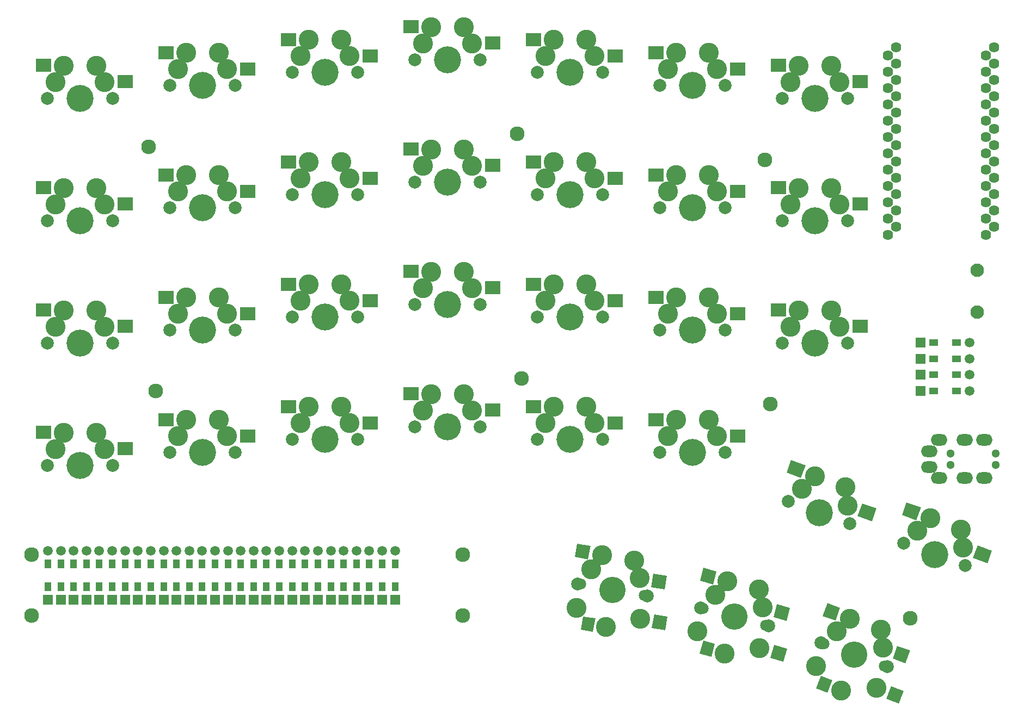
<source format=gts>
%TF.GenerationSoftware,KiCad,Pcbnew,(5.1.6-0-10_14)*%
%TF.CreationDate,2020-07-06T11:25:28+02:00*%
%TF.ProjectId,splitkb,73706c69-746b-4622-9e6b-696361645f70,rev?*%
%TF.SameCoordinates,Original*%
%TF.FileFunction,Soldermask,Top*%
%TF.FilePolarity,Negative*%
%FSLAX46Y46*%
G04 Gerber Fmt 4.6, Leading zero omitted, Abs format (unit mm)*
G04 Created by KiCad (PCBNEW (5.1.6-0-10_14)) date 2020-07-06 11:25:28*
%MOMM*%
%LPD*%
G01*
G04 APERTURE LIST*
%ADD10C,2.300000*%
%ADD11C,2.000000*%
%ADD12C,4.200000*%
%ADD13C,3.100000*%
%ADD14R,2.400000X2.100000*%
%ADD15C,0.100000*%
%ADD16C,4.100000*%
%ADD17C,1.800000*%
%ADD18R,1.050000X1.400000*%
%ADD19C,1.497000*%
%ADD20R,1.497000X1.497000*%
%ADD21R,1.400000X1.050000*%
%ADD22C,2.100000*%
%ADD23C,1.624000*%
%ADD24C,1.300000*%
%ADD25O,2.600000X1.800000*%
G04 APERTURE END LIST*
D10*
%TO.C,REF\u002A\u002A*%
X107500000Y-133500000D03*
%TD*%
%TO.C,REF\u002A\u002A*%
X177120000Y-133940000D03*
%TD*%
%TO.C,REF\u002A\u002A*%
X116680000Y-96540000D03*
%TD*%
%TO.C,REF\u002A\u002A*%
X115950000Y-58500000D03*
%TD*%
%TO.C,REF\u002A\u002A*%
X59730000Y-98540000D03*
%TD*%
%TO.C,REF\u002A\u002A*%
X58690000Y-60540000D03*
%TD*%
%TO.C,REF\u002A\u002A*%
X155340000Y-100570000D03*
%TD*%
%TO.C,REF\u002A\u002A*%
X154500000Y-62530000D03*
%TD*%
D11*
%TO.C,SW9*%
X81020000Y-48950000D03*
X91180000Y-48950000D03*
D12*
X86100000Y-48950000D03*
D13*
X88640000Y-43870000D03*
X89910000Y-46409999D03*
X83560000Y-43870000D03*
X82290000Y-46410000D03*
D14*
X80400000Y-43830000D03*
X93100000Y-46370000D03*
%TD*%
D10*
%TO.C,REF\u002A\u002A*%
X107500000Y-124000000D03*
%TD*%
%TO.C,REF\u002A\u002A*%
X40500000Y-133500000D03*
%TD*%
%TO.C,REF\u002A\u002A*%
X40500000Y-124000000D03*
%TD*%
D14*
%TO.C,SW30*%
X169300000Y-88470000D03*
X156600000Y-85930000D03*
D13*
X158490000Y-88510000D03*
X159760000Y-85970000D03*
X166110000Y-88509999D03*
X164840000Y-85970000D03*
D12*
X162300000Y-91050000D03*
D11*
X167380000Y-91050000D03*
X157220000Y-91050000D03*
%TD*%
%TO.C,SW2*%
X42920000Y-72000000D03*
X53080000Y-72000000D03*
D12*
X48000000Y-72000000D03*
D13*
X50540000Y-66920000D03*
X51810000Y-69459999D03*
X45460000Y-66920000D03*
X44190000Y-69460000D03*
D14*
X42300000Y-66880000D03*
X55000000Y-69420000D03*
%TD*%
D15*
%TO.C,SW17*%
G36*
X127393588Y-122673029D02*
G01*
X127028927Y-124741126D01*
X124960830Y-124376465D01*
X125325491Y-122308368D01*
X127393588Y-122673029D01*
G37*
D13*
X135003184Y-127660188D03*
X129190721Y-124056110D03*
D15*
G36*
X139262619Y-127345043D02*
G01*
X138897958Y-129413140D01*
X136829861Y-129048479D01*
X137194522Y-126980382D01*
X139262619Y-127345043D01*
G37*
D13*
X135091541Y-134012030D03*
D15*
G36*
X128145912Y-133955069D02*
G01*
X127781251Y-136023165D01*
X125910116Y-135693233D01*
X126274777Y-133625137D01*
X128145912Y-133955069D01*
G37*
G36*
X139360824Y-133698621D02*
G01*
X138996163Y-135766718D01*
X136928066Y-135402057D01*
X137292727Y-133333960D01*
X139360824Y-133698621D01*
G37*
D13*
X125243463Y-132275548D03*
X129785476Y-135310366D03*
X134193544Y-124938243D03*
D16*
X130810000Y-129500000D03*
D11*
X125393557Y-128544935D03*
X136226443Y-130455065D03*
D17*
X135812823Y-130382133D03*
X125807177Y-128617867D03*
D13*
X127498949Y-126336989D03*
%TD*%
D18*
%TO.C,D1*%
X43000000Y-125450000D03*
D19*
X43000000Y-123415000D03*
D20*
X43000000Y-131035000D03*
D18*
X43000000Y-129000000D03*
%TD*%
%TO.C,D2*%
X45000000Y-129000000D03*
D20*
X45000000Y-131035000D03*
D19*
X45000000Y-123415000D03*
D18*
X45000000Y-125450000D03*
%TD*%
%TO.C,D3*%
X47000000Y-125450000D03*
D19*
X47000000Y-123415000D03*
D20*
X47000000Y-131035000D03*
D18*
X47000000Y-129000000D03*
%TD*%
%TO.C,D4*%
X49000000Y-125450000D03*
D19*
X49000000Y-123415000D03*
D20*
X49000000Y-131035000D03*
D18*
X49000000Y-129000000D03*
%TD*%
%TO.C,D5*%
X51000000Y-129000000D03*
D20*
X51000000Y-131035000D03*
D19*
X51000000Y-123415000D03*
D18*
X51000000Y-125450000D03*
%TD*%
%TO.C,D6*%
X53000000Y-125450000D03*
D19*
X53000000Y-123415000D03*
D20*
X53000000Y-131035000D03*
D18*
X53000000Y-129000000D03*
%TD*%
%TO.C,D7*%
X55000000Y-125450000D03*
D19*
X55000000Y-123415000D03*
D20*
X55000000Y-131035000D03*
D18*
X55000000Y-129000000D03*
%TD*%
%TO.C,D8*%
X57000000Y-129000000D03*
D20*
X57000000Y-131035000D03*
D19*
X57000000Y-123415000D03*
D18*
X57000000Y-125450000D03*
%TD*%
%TO.C,D9*%
X59000000Y-129000000D03*
D20*
X59000000Y-131035000D03*
D19*
X59000000Y-123415000D03*
D18*
X59000000Y-125450000D03*
%TD*%
%TO.C,D10*%
X61000000Y-125450000D03*
D19*
X61000000Y-123415000D03*
D20*
X61000000Y-131035000D03*
D18*
X61000000Y-129000000D03*
%TD*%
%TO.C,D11*%
X63000000Y-129000000D03*
D20*
X63000000Y-131035000D03*
D19*
X63000000Y-123415000D03*
D18*
X63000000Y-125450000D03*
%TD*%
%TO.C,D12*%
X65000000Y-125450000D03*
D19*
X65000000Y-123415000D03*
D20*
X65000000Y-131035000D03*
D18*
X65000000Y-129000000D03*
%TD*%
%TO.C,D13*%
X67000000Y-129000000D03*
D20*
X67000000Y-131035000D03*
D19*
X67000000Y-123415000D03*
D18*
X67000000Y-125450000D03*
%TD*%
%TO.C,D14*%
X69000000Y-125450000D03*
D19*
X69000000Y-123415000D03*
D20*
X69000000Y-131035000D03*
D18*
X69000000Y-129000000D03*
%TD*%
%TO.C,D15*%
X71000000Y-125450000D03*
D19*
X71000000Y-123415000D03*
D20*
X71000000Y-131035000D03*
D18*
X71000000Y-129000000D03*
%TD*%
%TO.C,D16*%
X73000000Y-129000000D03*
D20*
X73000000Y-131035000D03*
D19*
X73000000Y-123415000D03*
D18*
X73000000Y-125450000D03*
%TD*%
D21*
%TO.C,D17*%
X180725000Y-98500000D03*
D20*
X178690000Y-98500000D03*
D19*
X186310000Y-98500000D03*
D21*
X184275000Y-98500000D03*
%TD*%
D18*
%TO.C,D18*%
X75000000Y-129000000D03*
D20*
X75000000Y-131035000D03*
D19*
X75000000Y-123415000D03*
D18*
X75000000Y-125450000D03*
%TD*%
%TO.C,D19*%
X77000000Y-125450000D03*
D19*
X77000000Y-123415000D03*
D20*
X77000000Y-131035000D03*
D18*
X77000000Y-129000000D03*
%TD*%
%TO.C,D20*%
X79000000Y-129000000D03*
D20*
X79000000Y-131035000D03*
D19*
X79000000Y-123415000D03*
D18*
X79000000Y-125450000D03*
%TD*%
%TO.C,D21*%
X81000000Y-125450000D03*
D19*
X81000000Y-123415000D03*
D20*
X81000000Y-131035000D03*
D18*
X81000000Y-129000000D03*
%TD*%
D21*
%TO.C,D22*%
X180725000Y-96000000D03*
D20*
X178690000Y-96000000D03*
D19*
X186310000Y-96000000D03*
D21*
X184275000Y-96000000D03*
%TD*%
D18*
%TO.C,D23*%
X83000000Y-125450000D03*
D19*
X83000000Y-123415000D03*
D20*
X83000000Y-131035000D03*
D18*
X83000000Y-129000000D03*
%TD*%
%TO.C,D24*%
X85000000Y-129000000D03*
D20*
X85000000Y-131035000D03*
D19*
X85000000Y-123415000D03*
D18*
X85000000Y-125450000D03*
%TD*%
%TO.C,D25*%
X87000000Y-125450000D03*
D19*
X87000000Y-123415000D03*
D20*
X87000000Y-131035000D03*
D18*
X87000000Y-129000000D03*
%TD*%
%TO.C,D26*%
X89000000Y-129000000D03*
D20*
X89000000Y-131035000D03*
D19*
X89000000Y-123415000D03*
D18*
X89000000Y-125450000D03*
%TD*%
D21*
%TO.C,D27*%
X184275000Y-93500000D03*
D19*
X186310000Y-93500000D03*
D20*
X178690000Y-93500000D03*
D21*
X180725000Y-93500000D03*
%TD*%
D18*
%TO.C,D28*%
X91000000Y-125450000D03*
D19*
X91000000Y-123415000D03*
D20*
X91000000Y-131035000D03*
D18*
X91000000Y-129000000D03*
%TD*%
%TO.C,D29*%
X93000000Y-129000000D03*
D20*
X93000000Y-131035000D03*
D19*
X93000000Y-123415000D03*
D18*
X93000000Y-125450000D03*
%TD*%
%TO.C,D30*%
X95000000Y-129000000D03*
D20*
X95000000Y-131035000D03*
D19*
X95000000Y-123415000D03*
D18*
X95000000Y-125450000D03*
%TD*%
%TO.C,D31*%
X97000000Y-125450000D03*
D19*
X97000000Y-123415000D03*
D20*
X97000000Y-131035000D03*
D18*
X97000000Y-129000000D03*
%TD*%
D21*
%TO.C,D32*%
X180725000Y-91000000D03*
D20*
X178690000Y-91000000D03*
D19*
X186310000Y-91000000D03*
D21*
X184275000Y-91000000D03*
%TD*%
D22*
%TO.C,K1*%
X187500000Y-79750000D03*
X187500000Y-86250000D03*
%TD*%
D13*
%TO.C,SW22*%
X146777223Y-130260448D03*
D17*
X144893097Y-132385199D03*
X154706903Y-135014801D03*
D11*
X155112592Y-135123505D03*
X144487408Y-132276495D03*
D16*
X149800000Y-133700000D03*
D13*
X153568252Y-129450497D03*
X148272968Y-139398962D03*
X144012740Y-135979830D03*
D15*
G36*
X157952351Y-138627898D02*
G01*
X157408831Y-140656342D01*
X155380387Y-140112822D01*
X155923907Y-138084378D01*
X157952351Y-138627898D01*
G37*
G36*
X146757765Y-137905925D02*
G01*
X146214245Y-139934369D01*
X144378985Y-139442613D01*
X144922505Y-137414169D01*
X146757765Y-137905925D01*
G37*
D13*
X153671999Y-138568021D03*
D15*
G36*
X158408271Y-132289938D02*
G01*
X157864751Y-134318382D01*
X155836307Y-133774862D01*
X156379827Y-131746418D01*
X158408271Y-132289938D01*
G37*
D13*
X148661349Y-128135696D03*
X154137578Y-132232649D03*
D15*
G36*
X146991598Y-126601248D02*
G01*
X146448078Y-128629692D01*
X144419634Y-128086172D01*
X144963154Y-126057728D01*
X146991598Y-126601248D01*
G37*
%TD*%
%TO.C,SW27*%
G36*
X166220982Y-132283493D02*
G01*
X165502740Y-134256847D01*
X163529386Y-133538605D01*
X164247628Y-131565251D01*
X166220982Y-132283493D01*
G37*
D13*
X172848960Y-138516277D03*
X167750643Y-133957630D03*
D15*
G36*
X177098408Y-138945564D02*
G01*
X176380166Y-140918918D01*
X174406812Y-140200676D01*
X175125054Y-138227322D01*
X177098408Y-138945564D01*
G37*
D13*
X171832989Y-144786963D03*
D15*
G36*
X165002771Y-143524772D02*
G01*
X164284529Y-145498126D01*
X162499113Y-144848288D01*
X163217355Y-142874934D01*
X165002771Y-143524772D01*
G37*
G36*
X176091834Y-145219670D02*
G01*
X175373592Y-147193024D01*
X173400238Y-146474782D01*
X174118480Y-144501428D01*
X176091834Y-145219670D01*
G37*
D13*
X162436062Y-141366762D03*
X166382081Y-145144186D03*
X172524282Y-135695093D03*
D16*
X168400000Y-139600000D03*
D11*
X163231691Y-137718889D03*
X173568309Y-141481111D03*
D17*
X173173639Y-141337462D03*
X163626361Y-137862538D03*
D13*
X165688502Y-135910084D03*
%TD*%
D23*
%TO.C,U1*%
X174936400Y-45022000D03*
X174936400Y-47562000D03*
X174936400Y-50102000D03*
X174936400Y-52642000D03*
X174936400Y-55182000D03*
X174936400Y-57722000D03*
X174936400Y-60262000D03*
X174936400Y-62802000D03*
X174936400Y-65342000D03*
X174936400Y-67882000D03*
X174936400Y-70422000D03*
X174936400Y-72962000D03*
X190156400Y-72962000D03*
X190156400Y-70422000D03*
X190156400Y-67882000D03*
X190156400Y-65342000D03*
X190156400Y-62802000D03*
X190156400Y-60262000D03*
X190156400Y-57722000D03*
X190156400Y-55182000D03*
X190156400Y-52642000D03*
X190156400Y-50102000D03*
X190156400Y-47562000D03*
X190156400Y-45022000D03*
X173610000Y-46292000D03*
X173610000Y-48832000D03*
X173610000Y-51372000D03*
X173610000Y-53912000D03*
X173610000Y-56452000D03*
X173610000Y-58992000D03*
X173610000Y-61532000D03*
X173610000Y-64072000D03*
X173610000Y-66612000D03*
X173610000Y-69152000D03*
X173610000Y-71692000D03*
X173610000Y-74232000D03*
X188850000Y-74232000D03*
X188850000Y-71692000D03*
X188850000Y-69152000D03*
X188850000Y-66612000D03*
X188850000Y-64072000D03*
X188850000Y-61532000D03*
X188850000Y-58992000D03*
X188850000Y-56452000D03*
X188850000Y-53912000D03*
X188850000Y-51372000D03*
X188850000Y-48832000D03*
X188850000Y-46292000D03*
%TD*%
D24*
%TO.C,J1*%
X183400000Y-108250000D03*
X190400000Y-108250000D03*
D25*
X181600000Y-106150000D03*
X180100000Y-110350000D03*
X188600000Y-106150000D03*
X185600000Y-106150000D03*
D24*
X190400000Y-110000000D03*
X183400000Y-110000000D03*
D25*
X188600000Y-112100000D03*
X185600000Y-112100000D03*
X181600000Y-112100000D03*
X180100000Y-107900000D03*
%TD*%
D11*
%TO.C,SW1*%
X42920000Y-52950000D03*
X53080000Y-52950000D03*
D12*
X48000000Y-52950000D03*
D13*
X50540000Y-47870000D03*
X51810000Y-50409999D03*
X45460000Y-47870000D03*
X44190000Y-50410000D03*
D14*
X42300000Y-47830000D03*
X55000000Y-50370000D03*
%TD*%
D11*
%TO.C,SW3*%
X42920000Y-91050000D03*
X53080000Y-91050000D03*
D12*
X48000000Y-91050000D03*
D13*
X50540000Y-85970000D03*
X51810000Y-88509999D03*
X45460000Y-85970000D03*
X44190000Y-88510000D03*
D14*
X42300000Y-85930000D03*
X55000000Y-88470000D03*
%TD*%
%TO.C,SW4*%
X55000000Y-107520000D03*
X42300000Y-104980000D03*
D13*
X44190000Y-107560000D03*
X45460000Y-105020000D03*
X51810000Y-107559999D03*
X50540000Y-105020000D03*
D12*
X48000000Y-110100000D03*
D11*
X53080000Y-110100000D03*
X42920000Y-110100000D03*
%TD*%
D14*
%TO.C,SW5*%
X74050000Y-48370000D03*
X61350000Y-45830000D03*
D13*
X63240000Y-48410000D03*
X64510000Y-45870000D03*
X70860000Y-48409999D03*
X69590000Y-45870000D03*
D12*
X67050000Y-50950000D03*
D11*
X72130000Y-50950000D03*
X61970000Y-50950000D03*
%TD*%
D14*
%TO.C,SW6*%
X74050000Y-67420000D03*
X61350000Y-64880000D03*
D13*
X63240000Y-67460000D03*
X64510000Y-64920000D03*
X70860000Y-67459999D03*
X69590000Y-64920000D03*
D12*
X67050000Y-70000000D03*
D11*
X72130000Y-70000000D03*
X61970000Y-70000000D03*
%TD*%
%TO.C,SW7*%
X61970000Y-89050000D03*
X72130000Y-89050000D03*
D12*
X67050000Y-89050000D03*
D13*
X69590000Y-83970000D03*
X70860000Y-86509999D03*
X64510000Y-83970000D03*
X63240000Y-86510000D03*
D14*
X61350000Y-83930000D03*
X74050000Y-86470000D03*
%TD*%
D11*
%TO.C,SW8*%
X61970000Y-108100000D03*
X72130000Y-108100000D03*
D12*
X67050000Y-108100000D03*
D13*
X69590000Y-103020000D03*
X70860000Y-105559999D03*
X64510000Y-103020000D03*
X63240000Y-105560000D03*
D14*
X61350000Y-102980000D03*
X74050000Y-105520000D03*
%TD*%
D11*
%TO.C,SW10*%
X81020000Y-68000000D03*
X91180000Y-68000000D03*
D12*
X86100000Y-68000000D03*
D13*
X88640000Y-62920000D03*
X89910000Y-65459999D03*
X83560000Y-62920000D03*
X82290000Y-65460000D03*
D14*
X80400000Y-62880000D03*
X93100000Y-65420000D03*
%TD*%
%TO.C,SW11*%
X93100000Y-84470000D03*
X80400000Y-81930000D03*
D13*
X82290000Y-84510000D03*
X83560000Y-81970000D03*
X89910000Y-84509999D03*
X88640000Y-81970000D03*
D12*
X86100000Y-87050000D03*
D11*
X91180000Y-87050000D03*
X81020000Y-87050000D03*
%TD*%
D14*
%TO.C,SW12*%
X93100000Y-103520000D03*
X80400000Y-100980000D03*
D13*
X82290000Y-103560000D03*
X83560000Y-101020000D03*
X89910000Y-103559999D03*
X88640000Y-101020000D03*
D12*
X86100000Y-106100000D03*
D11*
X91180000Y-106100000D03*
X81020000Y-106100000D03*
%TD*%
D14*
%TO.C,SW13*%
X112150000Y-44370000D03*
X99450000Y-41830000D03*
D13*
X101340000Y-44410000D03*
X102610000Y-41870000D03*
X108960000Y-44409999D03*
X107690000Y-41870000D03*
D12*
X105150000Y-46950000D03*
D11*
X110230000Y-46950000D03*
X100070000Y-46950000D03*
%TD*%
D14*
%TO.C,SW14*%
X112150000Y-63420000D03*
X99450000Y-60880000D03*
D13*
X101340000Y-63460000D03*
X102610000Y-60920000D03*
X108960000Y-63459999D03*
X107690000Y-60920000D03*
D12*
X105150000Y-66000000D03*
D11*
X110230000Y-66000000D03*
X100070000Y-66000000D03*
%TD*%
D14*
%TO.C,SW15*%
X112150000Y-82470000D03*
X99450000Y-79930000D03*
D13*
X101340000Y-82510000D03*
X102610000Y-79970000D03*
X108960000Y-82509999D03*
X107690000Y-79970000D03*
D12*
X105150000Y-85050000D03*
D11*
X110230000Y-85050000D03*
X100070000Y-85050000D03*
%TD*%
D14*
%TO.C,SW16*%
X112150000Y-101520000D03*
X99450000Y-98980000D03*
D13*
X101340000Y-101560000D03*
X102610000Y-99020000D03*
X108960000Y-101559999D03*
X107690000Y-99020000D03*
D12*
X105150000Y-104100000D03*
D11*
X110230000Y-104100000D03*
X100070000Y-104100000D03*
%TD*%
%TO.C,SW18*%
X119120000Y-48950000D03*
X129280000Y-48950000D03*
D12*
X124200000Y-48950000D03*
D13*
X126740000Y-43870000D03*
X128010000Y-46409999D03*
X121660000Y-43870000D03*
X120390000Y-46410000D03*
D14*
X118500000Y-43830000D03*
X131200000Y-46370000D03*
%TD*%
%TO.C,SW19*%
X131200000Y-65420000D03*
X118500000Y-62880000D03*
D13*
X120390000Y-65460000D03*
X121660000Y-62920000D03*
X128010000Y-65459999D03*
X126740000Y-62920000D03*
D12*
X124200000Y-68000000D03*
D11*
X129280000Y-68000000D03*
X119120000Y-68000000D03*
%TD*%
%TO.C,SW20*%
X119120000Y-87050000D03*
X129280000Y-87050000D03*
D12*
X124200000Y-87050000D03*
D13*
X126740000Y-81970000D03*
X128010000Y-84509999D03*
X121660000Y-81970000D03*
X120390000Y-84510000D03*
D14*
X118500000Y-81930000D03*
X131200000Y-84470000D03*
%TD*%
%TO.C,SW21*%
X131200000Y-103520000D03*
X118500000Y-100980000D03*
D13*
X120390000Y-103560000D03*
X121660000Y-101020000D03*
X128010000Y-103559999D03*
X126740000Y-101020000D03*
D12*
X124200000Y-106100000D03*
D11*
X129280000Y-106100000D03*
X119120000Y-106100000D03*
%TD*%
%TO.C,SW23*%
X138170000Y-50950000D03*
X148330000Y-50950000D03*
D12*
X143250000Y-50950000D03*
D13*
X145790000Y-45870000D03*
X147060000Y-48409999D03*
X140710000Y-45870000D03*
X139440000Y-48410000D03*
D14*
X137550000Y-45830000D03*
X150250000Y-48370000D03*
%TD*%
D11*
%TO.C,SW24*%
X138170000Y-70000000D03*
X148330000Y-70000000D03*
D12*
X143250000Y-70000000D03*
D13*
X145790000Y-64920000D03*
X147060000Y-67459999D03*
X140710000Y-64920000D03*
X139440000Y-67460000D03*
D14*
X137550000Y-64880000D03*
X150250000Y-67420000D03*
%TD*%
D11*
%TO.C,SW25*%
X138170000Y-89050000D03*
X148330000Y-89050000D03*
D12*
X143250000Y-89050000D03*
D13*
X145790000Y-83970000D03*
X147060000Y-86509999D03*
X140710000Y-83970000D03*
X139440000Y-86510000D03*
D14*
X137550000Y-83930000D03*
X150250000Y-86470000D03*
%TD*%
D11*
%TO.C,SW26*%
X138170000Y-108100000D03*
X148330000Y-108100000D03*
D12*
X143250000Y-108100000D03*
D13*
X145790000Y-103020000D03*
X147060000Y-105559999D03*
X140710000Y-103020000D03*
X139440000Y-105560000D03*
D14*
X137550000Y-102980000D03*
X150250000Y-105520000D03*
%TD*%
D11*
%TO.C,SW28*%
X157220000Y-52950000D03*
X167380000Y-52950000D03*
D12*
X162300000Y-52950000D03*
D13*
X164840000Y-47870000D03*
X166110000Y-50409999D03*
X159760000Y-47870000D03*
X158490000Y-50410000D03*
D14*
X156600000Y-47830000D03*
X169300000Y-50370000D03*
%TD*%
%TO.C,SW29*%
X169300000Y-69420000D03*
X156600000Y-66880000D03*
D13*
X158490000Y-69460000D03*
X159760000Y-66920000D03*
X166110000Y-69459999D03*
X164840000Y-66920000D03*
D12*
X162300000Y-72000000D03*
D11*
X167380000Y-72000000D03*
X157220000Y-72000000D03*
%TD*%
D15*
%TO.C,SW31*%
G36*
X171897012Y-116843481D02*
G01*
X171178770Y-118816835D01*
X168923508Y-117995987D01*
X169641750Y-116022633D01*
X171897012Y-116843481D01*
G37*
G36*
X160831647Y-110113006D02*
G01*
X160113405Y-112086360D01*
X157858143Y-111265512D01*
X158576385Y-109292158D01*
X160831647Y-110113006D01*
G37*
D13*
X160238502Y-113760084D03*
X162300643Y-111807630D03*
X167398960Y-116366277D03*
X167074282Y-113545093D03*
D12*
X162950000Y-117450000D03*
D11*
X167723639Y-119187462D03*
X158176361Y-115712538D03*
%TD*%
D15*
%TO.C,SW32*%
G36*
X189847012Y-123393481D02*
G01*
X189128770Y-125366835D01*
X186873508Y-124545987D01*
X187591750Y-122572633D01*
X189847012Y-123393481D01*
G37*
G36*
X178781647Y-116663006D02*
G01*
X178063405Y-118636360D01*
X175808143Y-117815512D01*
X176526385Y-115842158D01*
X178781647Y-116663006D01*
G37*
D13*
X178188502Y-120310084D03*
X180250643Y-118357630D03*
X185348960Y-122916277D03*
X185024282Y-120095093D03*
D12*
X180900000Y-124000000D03*
D11*
X185673639Y-125737462D03*
X176126361Y-122262538D03*
%TD*%
M02*

</source>
